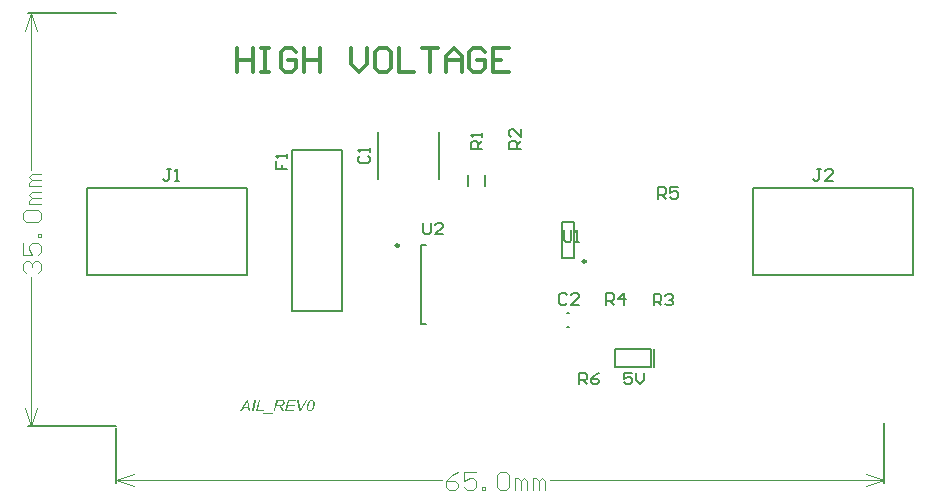
<source format=gto>
G04*
G04 #@! TF.GenerationSoftware,Altium Limited,Altium Designer,18.1.11 (251)*
G04*
G04 Layer_Color=65535*
%FSLAX25Y25*%
%MOIN*%
G70*
G01*
G75*
%ADD10C,0.00984*%
%ADD11C,0.00787*%
%ADD12C,0.00394*%
%ADD13C,0.01181*%
%ADD14C,0.00591*%
G36*
X61568Y4985D02*
X61022D01*
X60301Y8764D01*
X60787D01*
X61224Y6509D01*
Y6503D01*
X61229Y6481D01*
X61235Y6449D01*
X61240Y6405D01*
X61251Y6356D01*
X61262Y6296D01*
X61273Y6230D01*
X61289Y6154D01*
X61311Y6001D01*
X61339Y5832D01*
X61360Y5673D01*
X61371Y5591D01*
X61382Y5520D01*
X61388Y5526D01*
X61393Y5542D01*
X61404Y5564D01*
X61421Y5602D01*
X61442Y5641D01*
X61464Y5690D01*
X61524Y5799D01*
X61584Y5919D01*
X61650Y6045D01*
X61715Y6170D01*
X61775Y6285D01*
X63118Y8764D01*
X63643D01*
X61568Y4985D01*
D02*
G37*
G36*
X59793Y8338D02*
X57549D01*
X57304Y7153D01*
X59504D01*
X59411Y6727D01*
X57211D01*
X56938Y5411D01*
X59335D01*
X59242Y4985D01*
X56348D01*
X57140Y8764D01*
X59886D01*
X59793Y8338D01*
D02*
G37*
G36*
X55103Y8758D02*
X55207Y8753D01*
X55322Y8742D01*
X55436Y8731D01*
X55551Y8709D01*
X55649Y8682D01*
X55655D01*
X55660Y8676D01*
X55687Y8665D01*
X55737Y8643D01*
X55791Y8616D01*
X55851Y8578D01*
X55917Y8523D01*
X55977Y8463D01*
X56031Y8387D01*
X56037Y8376D01*
X56053Y8349D01*
X56075Y8300D01*
X56102Y8240D01*
X56130Y8158D01*
X56152Y8065D01*
X56168Y7961D01*
X56173Y7841D01*
Y7835D01*
Y7819D01*
Y7797D01*
X56168Y7764D01*
X56163Y7726D01*
X56157Y7677D01*
X56135Y7573D01*
X56097Y7448D01*
X56042Y7322D01*
X56010Y7257D01*
X55971Y7191D01*
X55922Y7131D01*
X55868Y7071D01*
X55862Y7066D01*
X55851Y7060D01*
X55835Y7044D01*
X55813Y7022D01*
X55780Y7000D01*
X55737Y6973D01*
X55687Y6940D01*
X55633Y6913D01*
X55573Y6880D01*
X55496Y6847D01*
X55420Y6814D01*
X55333Y6782D01*
X55234Y6754D01*
X55130Y6727D01*
X55016Y6700D01*
X54896Y6683D01*
X54907Y6678D01*
X54928Y6656D01*
X54967Y6629D01*
X55010Y6591D01*
X55065Y6541D01*
X55114Y6492D01*
X55163Y6438D01*
X55207Y6383D01*
X55212Y6378D01*
X55218Y6367D01*
X55229Y6350D01*
X55245Y6323D01*
X55267Y6296D01*
X55289Y6257D01*
X55344Y6170D01*
X55404Y6066D01*
X55464Y5952D01*
X55529Y5826D01*
X55584Y5695D01*
X55873Y4985D01*
X55311D01*
X55038Y5690D01*
Y5695D01*
X55032Y5706D01*
X55021Y5728D01*
X55010Y5755D01*
X55000Y5788D01*
X54983Y5826D01*
X54939Y5914D01*
X54890Y6017D01*
X54836Y6126D01*
X54770Y6236D01*
X54705Y6345D01*
X54699Y6356D01*
X54683Y6378D01*
X54655Y6410D01*
X54623Y6449D01*
X54584Y6492D01*
X54541Y6531D01*
X54492Y6569D01*
X54443Y6596D01*
X54437Y6601D01*
X54415Y6607D01*
X54382Y6618D01*
X54339Y6629D01*
X54279Y6640D01*
X54202Y6651D01*
X54110Y6662D01*
X53416D01*
X53061Y4985D01*
X52564D01*
X53356Y8764D01*
X55054D01*
X55103Y8758D01*
D02*
G37*
G36*
X47252Y5411D02*
X49206D01*
X49114Y4985D01*
X46662D01*
X47454Y8764D01*
X47951D01*
X47252Y5411D01*
D02*
G37*
G36*
X45772Y4985D02*
X45275D01*
X46067Y8764D01*
X46564D01*
X45772Y4985D01*
D02*
G37*
G36*
X44702D02*
X44210D01*
X44036Y6072D01*
X42502D01*
X41895Y4985D01*
X41339D01*
X43479Y8764D01*
X44080D01*
X44702Y4985D01*
D02*
G37*
G36*
X65210Y8775D02*
X65248Y8769D01*
X65292Y8764D01*
X65390Y8742D01*
X65504Y8698D01*
X65565Y8676D01*
X65625Y8643D01*
X65685Y8605D01*
X65745Y8562D01*
X65805Y8512D01*
X65859Y8452D01*
X65865Y8447D01*
X65870Y8436D01*
X65887Y8420D01*
X65903Y8392D01*
X65930Y8360D01*
X65952Y8321D01*
X65980Y8272D01*
X66007Y8218D01*
X66034Y8152D01*
X66062Y8087D01*
X66089Y8010D01*
X66111Y7923D01*
X66127Y7835D01*
X66143Y7737D01*
X66149Y7633D01*
X66154Y7524D01*
Y7519D01*
Y7497D01*
Y7464D01*
X66149Y7415D01*
Y7360D01*
X66143Y7295D01*
X66138Y7219D01*
X66127Y7137D01*
X66116Y7044D01*
X66105Y6945D01*
X66067Y6738D01*
X66018Y6514D01*
X65952Y6285D01*
Y6279D01*
X65941Y6252D01*
X65925Y6214D01*
X65909Y6165D01*
X65881Y6105D01*
X65854Y6034D01*
X65821Y5957D01*
X65777Y5875D01*
X65685Y5701D01*
X65570Y5520D01*
X65439Y5346D01*
X65368Y5264D01*
X65292Y5193D01*
X65286Y5187D01*
X65275Y5182D01*
X65259Y5165D01*
X65232Y5149D01*
X65204Y5127D01*
X65166Y5105D01*
X65122Y5084D01*
X65079Y5056D01*
X64964Y5007D01*
X64838Y4964D01*
X64702Y4931D01*
X64626Y4925D01*
X64549Y4920D01*
X64505D01*
X64478Y4925D01*
X64440Y4931D01*
X64402Y4936D01*
X64298Y4964D01*
X64189Y5002D01*
X64129Y5029D01*
X64063Y5062D01*
X64003Y5100D01*
X63943Y5144D01*
X63883Y5193D01*
X63828Y5253D01*
X63823Y5258D01*
X63817Y5269D01*
X63801Y5286D01*
X63785Y5313D01*
X63763Y5351D01*
X63736Y5389D01*
X63708Y5444D01*
X63686Y5499D01*
X63659Y5564D01*
X63632Y5635D01*
X63604Y5717D01*
X63583Y5799D01*
X63566Y5897D01*
X63550Y5995D01*
X63544Y6105D01*
X63539Y6219D01*
Y6225D01*
Y6241D01*
Y6268D01*
Y6301D01*
X63544Y6345D01*
Y6400D01*
X63550Y6454D01*
X63555Y6520D01*
X63566Y6591D01*
X63572Y6667D01*
X63599Y6836D01*
X63632Y7011D01*
X63681Y7197D01*
Y7202D01*
X63686Y7219D01*
X63697Y7246D01*
X63708Y7278D01*
X63719Y7322D01*
X63736Y7371D01*
X63752Y7426D01*
X63774Y7480D01*
X63823Y7606D01*
X63872Y7743D01*
X63932Y7868D01*
X63998Y7988D01*
Y7994D01*
X64003Y7999D01*
X64014Y8016D01*
X64030Y8038D01*
X64063Y8092D01*
X64107Y8158D01*
X64161Y8234D01*
X64221Y8310D01*
X64287Y8381D01*
X64358Y8452D01*
X64369Y8458D01*
X64391Y8480D01*
X64429Y8512D01*
X64478Y8545D01*
X64533Y8589D01*
X64593Y8627D01*
X64664Y8665D01*
X64729Y8698D01*
X64740Y8704D01*
X64762Y8709D01*
X64800Y8725D01*
X64849Y8742D01*
X64909Y8753D01*
X64980Y8769D01*
X65057Y8775D01*
X65139Y8780D01*
X65182D01*
X65210Y8775D01*
D02*
G37*
G36*
X52117Y3937D02*
X49043D01*
Y4270D01*
X52117D01*
Y3937D01*
D02*
G37*
%LPC*%
G36*
X55103Y8349D02*
X53765D01*
X53498Y7071D01*
X54464D01*
X54568Y7077D01*
X54765D01*
X54803Y7082D01*
X54847D01*
X54863Y7087D01*
X54885D01*
X54934Y7098D01*
X55000Y7109D01*
X55076Y7126D01*
X55152Y7147D01*
X55234Y7175D01*
X55305Y7208D01*
X55316Y7213D01*
X55338Y7224D01*
X55371Y7251D01*
X55409Y7278D01*
X55458Y7322D01*
X55502Y7366D01*
X55551Y7421D01*
X55589Y7480D01*
X55595Y7486D01*
X55606Y7508D01*
X55622Y7546D01*
X55644Y7590D01*
X55660Y7644D01*
X55677Y7704D01*
X55687Y7775D01*
X55693Y7846D01*
Y7852D01*
Y7874D01*
X55687Y7906D01*
X55682Y7945D01*
X55677Y7988D01*
X55660Y8038D01*
X55644Y8081D01*
X55616Y8130D01*
X55611Y8136D01*
X55600Y8152D01*
X55584Y8174D01*
X55562Y8201D01*
X55535Y8229D01*
X55502Y8256D01*
X55458Y8278D01*
X55414Y8300D01*
X55409D01*
X55393Y8305D01*
X55360Y8316D01*
X55316Y8327D01*
X55262Y8332D01*
X55191Y8343D01*
X55103Y8349D01*
D02*
G37*
G36*
X43714D02*
Y8343D01*
X43708Y8332D01*
X43703Y8316D01*
X43692Y8289D01*
X43676Y8261D01*
X43659Y8223D01*
X43643Y8179D01*
X43615Y8130D01*
X43566Y8016D01*
X43501Y7885D01*
X43424Y7737D01*
X43337Y7579D01*
X42720Y6459D01*
X43970D01*
X43823Y7410D01*
Y7415D01*
X43817Y7437D01*
Y7464D01*
X43806Y7502D01*
X43801Y7552D01*
X43796Y7606D01*
X43785Y7672D01*
X43779Y7737D01*
X43757Y7885D01*
X43741Y8043D01*
X43725Y8201D01*
X43714Y8349D01*
D02*
G37*
G36*
X65139Y8409D02*
X65106D01*
X65073Y8403D01*
X65024Y8398D01*
X64969Y8387D01*
X64915Y8365D01*
X64849Y8343D01*
X64789Y8310D01*
X64784Y8305D01*
X64762Y8294D01*
X64729Y8267D01*
X64691Y8234D01*
X64647Y8190D01*
X64593Y8136D01*
X64538Y8065D01*
X64483Y7983D01*
Y7977D01*
X64473Y7966D01*
X64462Y7950D01*
X64451Y7923D01*
X64429Y7885D01*
X64412Y7846D01*
X64385Y7797D01*
X64363Y7737D01*
X64336Y7672D01*
X64303Y7601D01*
X64276Y7519D01*
X64243Y7431D01*
X64216Y7333D01*
X64183Y7229D01*
X64151Y7120D01*
X64123Y7000D01*
Y6995D01*
X64118Y6978D01*
X64112Y6945D01*
X64101Y6907D01*
X64090Y6858D01*
X64079Y6803D01*
X64069Y6743D01*
X64058Y6678D01*
X64036Y6536D01*
X64014Y6389D01*
X63998Y6241D01*
X63992Y6105D01*
Y6099D01*
Y6088D01*
Y6072D01*
Y6045D01*
X63998Y5985D01*
X64008Y5908D01*
X64019Y5815D01*
X64041Y5728D01*
X64069Y5641D01*
X64107Y5559D01*
Y5553D01*
X64112Y5548D01*
X64134Y5515D01*
X64172Y5477D01*
X64227Y5428D01*
X64292Y5378D01*
X64369Y5335D01*
X64462Y5302D01*
X64516Y5297D01*
X64571Y5291D01*
X64582D01*
X64615Y5297D01*
X64669Y5302D01*
X64735Y5324D01*
X64811Y5351D01*
X64899Y5395D01*
X64980Y5455D01*
X65024Y5488D01*
X65068Y5531D01*
X65073Y5537D01*
X65084Y5548D01*
X65101Y5570D01*
X65122Y5597D01*
X65144Y5635D01*
X65177Y5679D01*
X65210Y5728D01*
X65248Y5788D01*
X65286Y5859D01*
X65324Y5935D01*
X65363Y6017D01*
X65406Y6110D01*
X65444Y6208D01*
X65483Y6312D01*
X65516Y6427D01*
X65548Y6547D01*
Y6552D01*
X65554Y6574D01*
X65565Y6612D01*
X65575Y6656D01*
X65586Y6716D01*
X65603Y6782D01*
X65614Y6853D01*
X65630Y6935D01*
X65663Y7104D01*
X65685Y7289D01*
X65707Y7470D01*
X65712Y7557D01*
Y7639D01*
Y7644D01*
Y7655D01*
Y7677D01*
Y7704D01*
X65707Y7737D01*
Y7775D01*
X65690Y7863D01*
X65674Y7961D01*
X65646Y8054D01*
X65608Y8147D01*
X65554Y8223D01*
X65548Y8229D01*
X65526Y8250D01*
X65488Y8283D01*
X65444Y8316D01*
X65384Y8349D01*
X65313Y8381D01*
X65232Y8403D01*
X65139Y8409D01*
D02*
G37*
%LPD*%
D10*
X94193Y60256D02*
G03*
X94193Y60256I-492J0D01*
G01*
X156512Y54921D02*
G03*
X156512Y54921I-492J0D01*
G01*
D11*
X150197Y32972D02*
X150984D01*
X150197Y37894D02*
X150984D01*
X87205Y82382D02*
Y98130D01*
X107677Y82382D02*
Y98130D01*
X101575Y34055D02*
X103150D01*
X101575D02*
Y60433D01*
X103150D01*
X148638Y56102D02*
X152575D01*
X148638Y67914D02*
X152575D01*
Y56102D02*
Y67914D01*
X148638Y56102D02*
Y67914D01*
X179331Y19882D02*
Y25787D01*
X166339Y19882D02*
Y25787D01*
X178150D01*
Y19882D02*
Y25787D01*
X166339Y19882D02*
X178150D01*
X75197Y38386D02*
Y91929D01*
X58661Y38386D02*
X75197D01*
X58661D02*
Y91929D01*
X75197D01*
X43658Y50461D02*
Y79461D01*
X-9842Y50461D02*
X43658D01*
X-9842D02*
Y79461D01*
X43658D01*
X212248Y50461D02*
X265748D01*
Y79461D01*
X212248D02*
X265748D01*
X212248Y50461D02*
Y79461D01*
X117126Y80216D02*
Y83760D01*
X123031Y80216D02*
Y83760D01*
X-29287Y0D02*
X0D01*
X-29287Y137795D02*
X0D01*
Y-18787D02*
Y-500D01*
X255906Y-18787D02*
Y984D01*
D12*
X-30500Y6000D02*
X-28500Y0D01*
X-26500Y6000D01*
X-28500Y137795D02*
X-26500Y131795D01*
X-30500D02*
X-28500Y137795D01*
Y0D02*
Y49616D01*
Y85392D02*
Y137795D01*
X0Y-18000D02*
X6000Y-16000D01*
X0Y-18000D02*
X6000Y-20000D01*
X249905D02*
X255906Y-18000D01*
X249905Y-16000D02*
X255906Y-18000D01*
X0D02*
X108671D01*
X144447D02*
X255906D01*
X-30106Y51009D02*
X-31105Y52009D01*
Y54008D01*
X-30106Y55008D01*
X-29106D01*
X-28106Y54008D01*
Y53009D01*
Y54008D01*
X-27107Y55008D01*
X-26107D01*
X-25107Y54008D01*
Y52009D01*
X-26107Y51009D01*
X-31105Y61006D02*
Y57007D01*
X-28106D01*
X-29106Y59007D01*
Y60006D01*
X-28106Y61006D01*
X-26107D01*
X-25107Y60006D01*
Y58007D01*
X-26107Y57007D01*
X-25107Y63005D02*
X-26107D01*
Y64005D01*
X-25107D01*
Y63005D01*
X-30106Y68004D02*
X-31105Y69003D01*
Y71003D01*
X-30106Y72003D01*
X-26107D01*
X-25107Y71003D01*
Y69003D01*
X-26107Y68004D01*
X-30106D01*
X-25107Y74002D02*
X-29106D01*
Y75002D01*
X-28106Y76001D01*
X-25107D01*
X-28106D01*
X-29106Y77001D01*
X-28106Y78000D01*
X-25107D01*
Y80000D02*
X-29106D01*
Y81000D01*
X-28106Y81999D01*
X-25107D01*
X-28106D01*
X-29106Y82999D01*
X-28106Y83999D01*
X-25107D01*
X114063Y-15395D02*
X112064Y-16394D01*
X110064Y-18394D01*
Y-20393D01*
X111064Y-21393D01*
X113063D01*
X114063Y-20393D01*
Y-19393D01*
X113063Y-18394D01*
X110064D01*
X120061Y-15395D02*
X116062D01*
Y-18394D01*
X118062Y-17394D01*
X119062D01*
X120061Y-18394D01*
Y-20393D01*
X119062Y-21393D01*
X117062D01*
X116062Y-20393D01*
X122061Y-21393D02*
Y-20393D01*
X123060D01*
Y-21393D01*
X122061D01*
X127059Y-16394D02*
X128059Y-15395D01*
X130058D01*
X131058Y-16394D01*
Y-20393D01*
X130058Y-21393D01*
X128059D01*
X127059Y-20393D01*
Y-16394D01*
X133057Y-21393D02*
Y-17394D01*
X134057D01*
X135056Y-18394D01*
Y-21393D01*
Y-18394D01*
X136056Y-17394D01*
X137056Y-18394D01*
Y-21393D01*
X139055D02*
Y-17394D01*
X140055D01*
X141054Y-18394D01*
Y-21393D01*
Y-18394D01*
X142054Y-17394D01*
X143054Y-18394D01*
Y-21393D01*
D13*
X40354Y125982D02*
Y118110D01*
Y122046D01*
X45602D01*
Y125982D01*
Y118110D01*
X48226Y125982D02*
X50850D01*
X49538D01*
Y118110D01*
X48226D01*
X50850D01*
X60033Y124670D02*
X58721Y125982D01*
X56097D01*
X54785Y124670D01*
Y119422D01*
X56097Y118110D01*
X58721D01*
X60033Y119422D01*
Y122046D01*
X57409D01*
X62657Y125982D02*
Y118110D01*
Y122046D01*
X67905D01*
Y125982D01*
Y118110D01*
X78400Y125982D02*
Y120734D01*
X81024Y118110D01*
X83648Y120734D01*
Y125982D01*
X90207D02*
X87583D01*
X86271Y124670D01*
Y119422D01*
X87583Y118110D01*
X90207D01*
X91519Y119422D01*
Y124670D01*
X90207Y125982D01*
X94143D02*
Y118110D01*
X99390D01*
X102014Y125982D02*
X107262D01*
X104638D01*
Y118110D01*
X109886D02*
Y123358D01*
X112510Y125982D01*
X115133Y123358D01*
Y118110D01*
Y122046D01*
X109886D01*
X123005Y124670D02*
X121693Y125982D01*
X119069D01*
X117757Y124670D01*
Y119422D01*
X119069Y118110D01*
X121693D01*
X123005Y119422D01*
Y122046D01*
X120381D01*
X130876Y125982D02*
X125629D01*
Y118110D01*
X130876D01*
X125629Y122046D02*
X128252D01*
D14*
X53151Y88254D02*
Y85630D01*
X55119D01*
Y86942D01*
Y85630D01*
X57087D01*
Y89566D02*
Y90878D01*
Y90222D01*
X53151D01*
X53807Y89566D01*
X150262Y43634D02*
X149606Y44290D01*
X148294D01*
X147638Y43634D01*
Y41010D01*
X148294Y40354D01*
X149606D01*
X150262Y41010D01*
X154197Y40354D02*
X151574D01*
X154197Y42978D01*
Y43634D01*
X153541Y44290D01*
X152229D01*
X151574Y43634D01*
X102362Y67869D02*
Y64589D01*
X103018Y63933D01*
X104330D01*
X104986Y64589D01*
Y67869D01*
X108922Y63933D02*
X106298D01*
X108922Y66557D01*
Y67213D01*
X108266Y67869D01*
X106954D01*
X106298Y67213D01*
X149130Y65353D02*
Y62073D01*
X149786Y61417D01*
X151098D01*
X151754Y62073D01*
Y65353D01*
X153066Y61417D02*
X154377D01*
X153721D01*
Y65353D01*
X153066Y64697D01*
X154232Y13937D02*
Y17873D01*
X156200D01*
X156856Y17217D01*
Y15905D01*
X156200Y15249D01*
X154232D01*
X155544D02*
X156856Y13937D01*
X160792Y17873D02*
X159480Y17217D01*
X158168Y15905D01*
Y14593D01*
X158824Y13937D01*
X160136D01*
X160792Y14593D01*
Y15249D01*
X160136Y15905D01*
X158168D01*
X180610Y75673D02*
Y79609D01*
X182578D01*
X183234Y78953D01*
Y77641D01*
X182578Y76985D01*
X180610D01*
X181922D02*
X183234Y75673D01*
X187170Y79609D02*
X184546D01*
Y77641D01*
X185858Y78297D01*
X186514D01*
X187170Y77641D01*
Y76329D01*
X186514Y75673D01*
X185202D01*
X184546Y76329D01*
X163386Y40354D02*
Y44290D01*
X165354D01*
X166010Y43634D01*
Y42322D01*
X165354Y41666D01*
X163386D01*
X164698D02*
X166010Y40354D01*
X169289D02*
Y44290D01*
X167322Y42322D01*
X169945D01*
X179134Y40256D02*
Y44192D01*
X181102D01*
X181758Y43536D01*
Y42224D01*
X181102Y41568D01*
X179134D01*
X180446D02*
X181758Y40256D01*
X183070Y43536D02*
X183726Y44192D01*
X185038D01*
X185693Y43536D01*
Y42880D01*
X185038Y42224D01*
X184381D01*
X185038D01*
X185693Y41568D01*
Y40912D01*
X185038Y40256D01*
X183726D01*
X183070Y40912D01*
X134843Y92520D02*
X130907D01*
Y94488D01*
X131563Y95144D01*
X132875D01*
X133531Y94488D01*
Y92520D01*
Y93832D02*
X134843Y95144D01*
Y99079D02*
Y96455D01*
X132219Y99079D01*
X131563D01*
X130907Y98423D01*
Y97111D01*
X131563Y96455D01*
X122047Y92555D02*
X118112D01*
Y94523D01*
X118767Y95179D01*
X120079D01*
X120735Y94523D01*
Y92555D01*
Y93867D02*
X122047Y95179D01*
Y96491D02*
Y97803D01*
Y97147D01*
X118112D01*
X118767Y96491D01*
X235038Y85629D02*
X233726D01*
X234382D01*
Y82349D01*
X233726Y81693D01*
X233070D01*
X232414Y82349D01*
X238974Y81693D02*
X236350D01*
X238974Y84317D01*
Y84973D01*
X238318Y85629D01*
X237006D01*
X236350Y84973D01*
X18372Y85629D02*
X17060D01*
X17716D01*
Y82349D01*
X17060Y81693D01*
X16404D01*
X15748Y82349D01*
X19684Y81693D02*
X20996D01*
X20340D01*
Y85629D01*
X19684Y84973D01*
X171915Y17873D02*
X169291D01*
Y15905D01*
X170603Y16561D01*
X171259D01*
X171915Y15905D01*
Y14593D01*
X171259Y13937D01*
X169947D01*
X169291Y14593D01*
X173227Y17873D02*
Y15249D01*
X174539Y13937D01*
X175851Y15249D01*
Y17873D01*
X81221Y90222D02*
X80565Y89566D01*
Y88254D01*
X81221Y87598D01*
X83845D01*
X84501Y88254D01*
Y89566D01*
X83845Y90222D01*
X84501Y91534D02*
Y92846D01*
Y92190D01*
X80565D01*
X81221Y91534D01*
M02*

</source>
